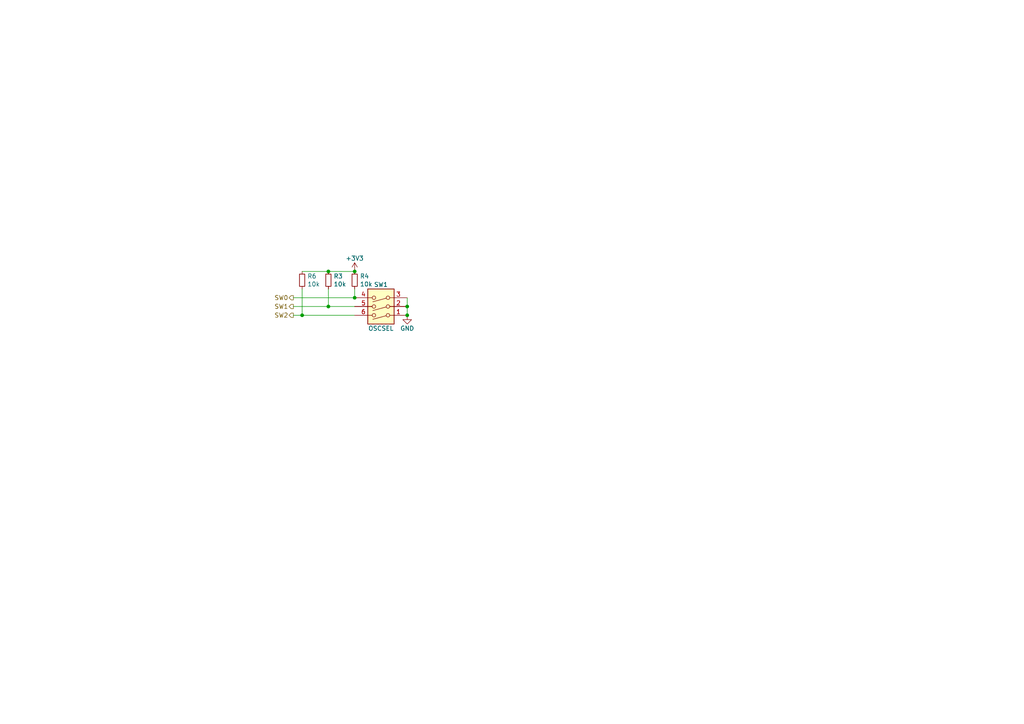
<source format=kicad_sch>
(kicad_sch (version 20211123) (generator eeschema)
  (paper "A4")
  (lib_symbols
    (symbol "Device:R_Small" (pin_numbers hide) (pin_names (offset 0.254) hide)
      (property "Reference" "R" (at 0.762 0.508 0))
      (property "Value" "R_Small" (at 0.762 -1.016 0))
      (symbol "R_Small_0_1"
        (rectangle (start -0.762 1.778) (end 0.762 -1.778) (stroke (width 0.2032)))
      )
      (symbol "R_Small_1_1"
        (pin passive line (at 0 2.54 270) (length 0.762) (name "~") (number "1"))
        (pin passive line (at 0 -2.54 90) (length 0.762) (name "~") (number "2"))
      )
    )
    (symbol "Switch:SW_DIP_x03" (pin_names (offset 0) hide)
      (property "Reference" "SW" (at 0 8.89 0))
      (property "Value" "SW_DIP_x03" (at 0 -3.81 0))
      (symbol "SW_DIP_x03_0_0"
        (circle (center -2.032 0) (radius 0.508))
        (circle (center -2.032 2.54) (radius 0.508))
        (circle (center -2.032 5.08) (radius 0.508))
        (polyline (pts (xy -1.524 0.127) (xy 2.3622 1.1684)))
        (polyline (pts (xy -1.524 2.667) (xy 2.3622 3.7084)))
        (polyline (pts (xy -1.524 5.207) (xy 2.3622 6.2484)))
        (circle (center 2.032 0) (radius 0.508))
        (circle (center 2.032 2.54) (radius 0.508))
        (circle (center 2.032 5.08) (radius 0.508))
      )
      (symbol "SW_DIP_x03_0_1"
        (rectangle (start -3.81 7.62) (end 3.81 -2.54) (stroke (width 0.254)) (fill (type background)))
      )
      (symbol "SW_DIP_x03_1_1"
        (pin passive line (at -7.62 5.08 0) (length 5.08) (name "~") (number "1"))
        (pin passive line (at -7.62 2.54 0) (length 5.08) (name "~") (number "2"))
        (pin passive line (at -7.62 0 0) (length 5.08) (name "~") (number "3"))
        (pin passive line (at 7.62 0 180) (length 5.08) (name "~") (number "4"))
        (pin passive line (at 7.62 2.54 180) (length 5.08) (name "~") (number "5"))
        (pin passive line (at 7.62 5.08 180) (length 5.08) (name "~") (number "6"))
      )
    )
    (symbol "power:+3V3" (power) (pin_names (offset 0))
      (property "Value" "+3V3" (at 0 3.556 0))
      (symbol "+3V3_0_1"
        (polyline (pts (xy -0.762 1.27) (xy 0 2.54)))
        (polyline (pts (xy 0 0) (xy 0 2.54)))
        (polyline (pts (xy 0 2.54) (xy 0.762 1.27)))
      )
      (symbol "+3V3_1_1"
        (pin power_in line (at 0 0 90) (length 0) hide (name "+3V3") (number "1"))
      )
    )
    (symbol "power:GND" (power) (pin_names (offset 0))
      (property "Value" "GND" (at 0 -3.81 0))
      (symbol "GND_0_1"
        (polyline (pts (xy 0 0) (xy 0 -1.27) (xy 1.27 -1.27) (xy 0 -2.54) (xy -1.27 -1.27) (xy 0 -1.27)))
      )
      (symbol "GND_1_1"
        (pin power_in line (at 0 0 270) (length 0) hide (name "GND") (number "1"))
      )
    )
  )
  (junction (at 95.25 88.9))
  (junction (at 87.63 91.44))
  (junction (at 118.11 91.44))
  (junction (at 102.87 78.74))
  (junction (at 118.11 88.9))
  (junction (at 102.87 86.36))
  (junction (at 95.25 78.74))
  (wire (pts (xy 87.63 78.74) (xy 95.25 78.74)))
  (wire (pts (xy 95.25 88.9) (xy 102.87 88.9)))
  (wire (pts (xy 118.11 91.44) (xy 118.11 88.9)))
  (wire (pts (xy 85.09 86.36) (xy 102.87 86.36)))
  (wire (pts (xy 118.11 86.36) (xy 118.11 88.9)))
  (wire (pts (xy 102.87 83.82) (xy 102.87 86.36)))
  (wire (pts (xy 87.63 91.44) (xy 102.87 91.44)))
  (wire (pts (xy 85.09 91.44) (xy 87.63 91.44)))
  (wire (pts (xy 87.63 83.82) (xy 87.63 91.44)))
  (wire (pts (xy 85.09 88.9) (xy 95.25 88.9)))
  (wire (pts (xy 95.25 78.74) (xy 102.87 78.74)))
  (wire (pts (xy 95.25 83.82) (xy 95.25 88.9)))
  (hierarchical_label "SW1" (shape output) (at 85.09 88.9 180))
  (hierarchical_label "SW0" (shape output) (at 85.09 86.36 180))
  (hierarchical_label "SW2" (shape output) (at 85.09 91.44 180))
  (symbol (lib_id "Switch:SW_DIP_x03") (at 110.49 86.36 180) (unit 1)
    (property "Reference" "SW1" (at 110.49 82.55 0))
    (property "Value" "OSCSEL" (at 110.49 95.25 0))
    (property "Footprint" "stdpads:SW_DIP_SPSTx03_Slide_DSHP03TS_P1.27mm" (effects hide))
    (property "LCSC Part" "C319051" (effects hide))
  )
  (symbol (lib_id "Device:R_Small") (at 102.87 81.28 0) (unit 1)
    (property "Reference" "R4" (at 104.3686 80.1116 0) (effects (justify left)))
    (property "Value" "10k" (at 104.3686 82.423 0) (effects (justify left)))
    (property "Footprint" "stdpads:R_0603" (effects hide))
    (property "LCSC Part" "C25804" (effects hide))
  )
  (symbol (lib_id "Device:R_Small") (at 95.25 81.28 0) (unit 1)
    (property "Reference" "R3" (at 96.7486 80.1116 0) (effects (justify left)))
    (property "Value" "10k" (at 96.7486 82.423 0) (effects (justify left)))
    (property "Footprint" "stdpads:R_0603" (effects hide))
    (property "LCSC Part" "C25804" (effects hide))
  )
  (symbol (lib_id "power:GND") (at 118.11 91.44 0) (unit 1)
    (property "Reference" "#PWR0118" (effects hide))
    (property "Value" "GND" (at 118.11 95.25 0))
  )
  (symbol (lib_id "Device:R_Small") (at 87.63 81.28 0) (unit 1)
    (property "Reference" "R6" (at 89.1286 80.1116 0) (effects (justify left)))
    (property "Value" "10k" (at 89.1286 82.423 0) (effects (justify left)))
    (property "Footprint" "stdpads:R_0603" (effects hide))
    (property "LCSC Part" "C25804" (effects hide))
  )
  (symbol (lib_id "power:+3V3") (at 102.87 78.74 0) (unit 1)
    (property "Reference" "#PWR0115" (effects hide))
    (property "Value" "+3V3" (at 102.87 74.93 0))
  )
)
</source>
